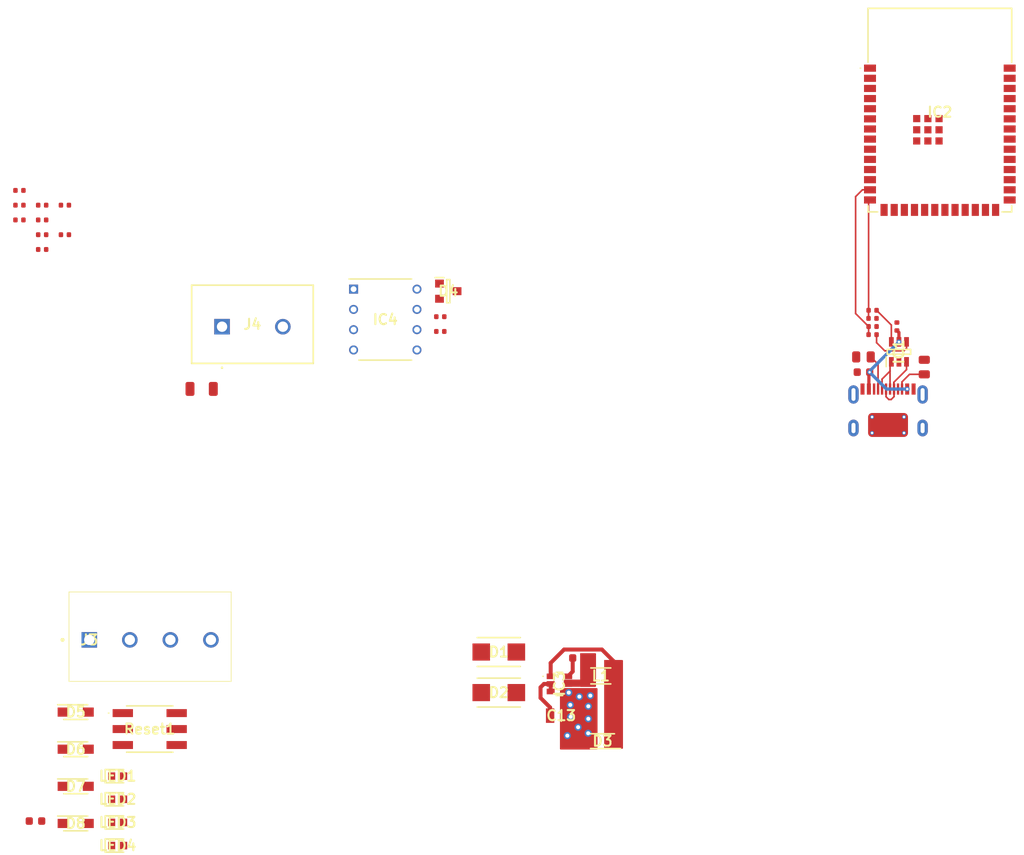
<source format=kicad_pcb>
(kicad_pcb (version 20241229) (generator "pcbnew") (generator_version "9.0")
  (layers (0 "F.Cu" signal) (2 "B.Cu" signal) (13 "F.Paste" user) (15 "B.Paste" user) (5 "F.SilkS" user "F.Silkscreen") (7 "B.SilkS" user "B.Silkscreen") (1 "F.Mask" user) (3 "B.Mask" user) (25 "Edge.Cuts" user))
  (net 0 "")
  (net 1 "/Alimentacion/V3.3")
  (net 2 "GND")
  (net 3 "/RS485_CONEX/A")
  (net 4 "/RS485_CONEX/B")
  (net 5 "EN")
  (net 6 "/Alimentacion/VUSB")
  (net 7 "Net-(IC3-BST)")
  (net 8 "Net-(IC3-SW)")
  (net 9 "Net-(D1-K)")
  (net 10 "D+")
  (net 11 "D-")
  (net 12 "VDD")
  (net 13 "LED1")
  (net 14 "LED2")
  (net 15 "LED3")
  (net 16 "LED4")
  (net 17 "Net-(IC1-I{slash}O2_1)")
  (net 18 "Net-(IC1-I{slash}O1_1)")
  (net 19 "Net-(IC1-I{slash}O1_2)")
  (net 20 "Net-(IC1-I{slash}O2_2)")
  (net 22 "ADC_CH0")
  (net 24 "ADC_CH1")
  (net 31 "ADC_CH3")
  (net 34 "/ESPS3/RX")
  (net 35 "ADC2_CH0")
  (net 36 "/ESPS3/RTS")
  (net 46 "/ESPS3/TX")
  (net 51 "Net-(J1-CC1)")
  (net 52 "Net-(J1-CC2)")
  (net 54 "Net-(LED1-A)")
  (net 55 "Net-(LED2-A)")
  (net 56 "Net-(LED3-A)")
  (net 57 "Net-(LED4-A)")
  (footprint "PCM_JLCPCB:R_0805" (layer "F.Cu") (at 206.216 94.345 90)
    (property "Reference" "R10" (hide yes))
    (property "Value" "5.1kΩ")
    (pad "1" smd roundrect (at -0.91 0 90) (size 1.02 1.4) (layers "F.Cu" "F.Mask" "F.Paste") (roundrect_rratio 0.243902) (net 52 "Net-(J1-CC2)"))
    (pad "2" smd roundrect (at 0.91 0 90) (size 1.02 1.4) (layers "F.Cu" "F.Mask" "F.Paste") (roundrect_rratio 0.243902) (net 2 "GND"))
  )
  (footprint "SamacSys_Parts:SOD3718X108N" (layer "F.Cu") (at 99.9 142.224)
    (property "Reference" "D6" (at 0 0 0) (layer "F.SilkS") (effects (font (size 1.27 1.27) (thickness 0.254))))
    (property "Value" "SMF3.3" (hide yes))
    (fp_line (start -2.262 -0.925) (end 1.5 -0.925) (stroke (width 0.2)) (layer "F.SilkS"))
    (fp_line (start -1.5 0.925) (end 1.5 0.925) (stroke (width 0.2)) (layer "F.SilkS"))
    (pad "1" smd rect (at -1.575 0 90) (size 1.15 1.375) (layers "F.Cu" "F.Mask" "F.Paste") (net 14 "LED2"))
    (pad "2" smd rect (at 1.575 0 90) (size 1.15 1.375) (layers "F.Cu" "F.Mask" "F.Paste") (net 2 "GND"))
  )
  (footprint "SamacSys_Parts:SOT95P280X145-6N" (layer "F.Cu") (at 203.041 92.44 90)
    (property "Reference" "IC1" (at 0 0 90) (layer "F.SilkS") (effects (font (size 1.27 1.27) (thickness 0.254))))
    (property "Value" "USBLC6-2SC6" (hide yes))
    (fp_line (start -1.85 -1.6) (end -0.65 -1.6) (stroke (width 0.2)) (layer "F.SilkS"))
    (fp_line (start 0.3 -1.462) (end 0.3 1.462) (stroke (width 0.2)) (layer "F.SilkS"))
    (fp_line (start -0.3 -1.462) (end 0.3 -1.462) (stroke (width 0.2)) (layer "F.SilkS"))
    (fp_line (start 0.3 1.462) (end -0.3 1.462) (stroke (width 0.2)) (layer "F.SilkS"))
    (fp_line (start -0.3 1.462) (end -0.3 -1.462) (stroke (width 0.2)) (layer "F.SilkS"))
    (pad "1" smd rect (at -1.25 -0.95 180) (size 0.6 1.2) (layers "F.Cu" "F.Mask" "F.Paste") (net 18 "Net-(IC1-I{slash}O1_1)"))
    (pad "2" smd rect (at -1.25 0 180) (size 0.6 1.2) (layers "F.Cu" "F.Mask" "F.Paste") (net 2 "GND"))
    (pad "3" smd rect (at -1.25 0.95 180) (size 0.6 1.2) (layers "F.Cu" "F.Mask" "F.Paste") (net 17 "Net-(IC1-I{slash}O2_1)"))
    (pad "4" smd rect (at 1.25 0.95 180) (size 0.6 1.2) (layers "F.Cu" "F.Mask" "F.Paste") (net 20 "Net-(IC1-I{slash}O2_2)"))
    (pad "5" smd rect (at 1.25 0 180) (size 0.6 1.2) (layers "F.Cu" "F.Mask" "F.Paste") (net 6 "/Alimentacion/VUSB"))
    (pad "6" smd rect (at 1.25 -0.95 180) (size 0.6 1.2) (layers "F.Cu" "F.Mask" "F.Paste") (net 19 "Net-(IC1-I{slash}O1_2)"))
  )
  (footprint "PCM_JLCPCB:C_0402" (layer "F.Cu") (at 92.849 75.912)
    (property "Reference" "C7" (hide yes))
    (property "Value" "100nF")
    (pad "1" smd roundrect (at -0.5 0) (size 0.56 0.62) (layers "F.Cu" "F.Mask" "F.Paste") (net 2 "GND"))
    (pad "2" smd roundrect (at 0.5 0) (size 0.56 0.62) (layers "F.Cu" "F.Mask" "F.Paste") (net 5 "EN"))
  )
  (footprint "SamacSys_Parts:LEDC1608X70N" (layer "F.Cu") (at 105.15 154.299)
    (property "Reference" "LED4" (at 0 0 0) (layer "F.SilkS") (effects (font (size 1.27 1.27) (thickness 0.254))))
    (property "Value" "KT-0603R" (hide yes))
    (fp_line (start -1.55 -0.825) (end -1.55 0.825) (stroke (width 0.2)) (layer "F.SilkS"))
    (fp_line (start -1.55 0.825) (end 0.75 0.825) (stroke (width 0.2)) (layer "F.SilkS"))
    (fp_line (start 0.75 -0.825) (end -1.55 -0.825) (stroke (width 0.2)) (layer "F.SilkS"))
    (pad "1" smd rect (at -0.75 0) (size 0.9 0.95) (layers "F.Cu" "F.Mask" "F.Paste") (net 2 "GND"))
    (pad "2" smd rect (at 0.75 0) (size 0.9 0.95) (layers "F.Cu" "F.Mask" "F.Paste") (net 57 "Net-(LED4-A)"))
  )
  (footprint "PCM_JLCPCB:C_0402" (layer "F.Cu") (at 199.739 89.265)
    (property "Reference" "C16" (hide yes))
    (property "Value" "1uF")
    (pad "1" smd roundrect (at -0.5 0) (size 0.56 0.62) (layers "F.Cu" "F.Mask" "F.Paste") (net 11 "D-"))
    (pad "2" smd roundrect (at 0.5 0) (size 0.56 0.62) (layers "F.Cu" "F.Mask" "F.Paste") (net 2 "GND"))
  )
  (footprint "SamacSys_Parts:DIP794W53P254L959H508Q8N" (layer "F.Cu") (at 138.684 88.392)
    (property "Reference" "IC4" (at 0 0 0) (layer "F.SilkS") (effects (font (size 1.27 1.27) (thickness 0.254))))
    (property "Value" "SN75176BP" (hide yes))
    (fp_line (start -4.535 -5.08) (end 3.3 -5.08) (stroke (width 0.2)) (layer "F.SilkS"))
    (fp_line (start -3.3 5.08) (end 3.3 5.08) (stroke (width 0.2)) (layer "F.SilkS"))
    (pad "1" thru_hole rect (at -3.97 -3.81) (size 1.13 1.13) (drill 0.73) (layers "*.Cu" "*.Mask") (net 34 "/ESPS3/RX"))
    (pad "2" thru_hole circle (at -3.97 -1.27) (size 1.13 1.13) (drill 0.73) (layers "*.Cu" "*.Mask") (net 36 "/ESPS3/RTS"))
    (pad "3" thru_hole circle (at -3.97 1.27) (size 1.13 1.13) (drill 0.73) (layers "*.Cu" "*.Mask") (net 36 "/ESPS3/RTS"))
    (pad "4" thru_hole circle (at -3.97 3.81) (size 1.13 1.13) (drill 0.73) (layers "*.Cu" "*.Mask") (net 46 "/ESPS3/TX"))
    (pad "5" thru_hole circle (at 3.97 3.81) (size 1.13 1.13) (drill 0.73) (layers "*.Cu" "*.Mask") (net 2 "GND"))
    (pad "6" thru_hole circle (at 3.97 1.27) (size 1.13 1.13) (drill 0.73) (layers "*.Cu" "*.Mask") (net 3 "/RS485_CONEX/A"))
    (pad "7" thru_hole circle (at 3.97 -1.27) (size 1.13 1.13) (drill 0.73) (layers "*.Cu" "*.Mask") (net 4 "/RS485_CONEX/B"))
    (pad "8" thru_hole circle (at 3.97 -3.81) (size 1.13 1.13) (drill 0.73) (layers "*.Cu" "*.Mask") (net 1 "/Alimentacion/V3.3"))
  )
  (footprint "SamacSys_Parts:XKB5858WTP" (layer "F.Cu") (at 109.175 139.699)
    (property "Reference" "Reset1" (at 0 0 0) (layer "F.SilkS") (effects (font (size 1.27 1.27) (thickness 0.254))))
    (property "Value" "XKB5858-W-TP" (hide yes))
    (fp_line (start -5.2 -2) (end -5.2 -2) (stroke (width 0.1)) (layer "F.SilkS"))
    (fp_line (start -5.1 -2) (end -5.1 -2) (stroke (width 0.1)) (layer "F.SilkS"))
    (fp_line (start -2.9 -2.9) (end 2.9 -2.9) (stroke (width 0.2)) (layer "F.SilkS"))
    (fp_line (start -2.9 2.9) (end 2.9 2.9) (stroke (width 0.2)) (layer "F.SilkS"))
    (fp_arc (start -5.2 -2) (mid -5.15 -2.05) (end -5.1 -2) (stroke (width 0.1)) (layer "F.SilkS"))
    (fp_arc (start -5.1 -2) (mid -5.15 -1.95) (end -5.2 -2) (stroke (width 0.1)) (layer "F.SilkS"))
    (pad "1" smd rect (at -3.375 -2 90) (size 1 2.55) (layers "F.Cu" "F.Mask" "F.Paste") (net 5 "EN"))
    (pad "2" smd rect (at -3.375 0 90) (size 1 2.55) (layers "F.Cu" "F.Mask" "F.Paste") (net 2 "GND"))
    (pad "3" smd rect (at -3.375 2 90) (size 1 2.55) (layers "F.Cu" "F.Mask" "F.Paste"))
    (pad "4" smd rect (at 3.375 -2 90) (size 1 2.55) (layers "F.Cu" "F.Mask" "F.Paste"))
    (pad "5" smd rect (at 3.375 0 90) (size 1 2.55) (layers "F.Cu" "F.Mask" "F.Paste"))
    (pad "6" smd rect (at 3.375 2 90) (size 1 2.55) (layers "F.Cu" "F.Mask" "F.Paste"))
  )
  (footprint "PCM_JLCPCB:C_0402" (layer "F.Cu") (at 199.731 88.249)
    (property "Reference" "C15" (hide yes))
    (property "Value" "1uF")
    (pad "1" smd roundrect (at -0.5 0) (size 0.56 0.62) (layers "F.Cu" "F.Mask" "F.Paste") (net 10 "D+"))
    (pad "2" smd roundrect (at 0.5 0) (size 0.56 0.62) (layers "F.Cu" "F.Mask" "F.Paste") (net 2 "GND"))
  )
  (footprint "PCM_JLCPCB:R_0402" (layer "F.Cu") (at 98.549 77.762)
    (property "Reference" "R11" (hide yes))
    (property "Value" "220Ω" (hide yes))
    (pad "1" smd roundrect (at -0.5 0) (size 0.56 0.62) (layers "F.Cu" "F.Mask" "F.Paste") (net 16 "LED4"))
    (pad "2" smd roundrect (at 0.5 0) (size 0.56 0.62) (layers "F.Cu" "F.Mask" "F.Paste") (net 57 "Net-(LED4-A)"))
  )
  (footprint "SamacSys_Parts:SOD3718X108N" (layer "F.Cu") (at 99.9 151.524)
    (property "Reference" "D8" (at 0 0 0) (layer "F.SilkS") (effects (font (size 1.27 1.27) (thickness 0.254))))
    (property "Value" "SMF3.3" (hide yes))
    (fp_line (start -2.262 -0.925) (end 1.5 -0.925) (stroke (width 0.2)) (layer "F.SilkS"))
    (fp_line (start -1.5 0.925) (end 1.5 0.925) (stroke (width 0.2)) (layer "F.SilkS"))
    (pad "1" smd rect (at -1.575 0 90) (size 1.15 1.375) (layers "F.Cu" "F.Mask" "F.Paste") (net 16 "LED4"))
    (pad "2" smd rect (at 1.575 0 90) (size 1.15 1.375) (layers "F.Cu" "F.Mask" "F.Paste") (net 2 "GND"))
  )
  (footprint "SamacSys_Parts:LEDC1608X70N" (layer "F.Cu") (at 105.15 145.599)
    (property "Reference" "LED1" (at 0 0 0) (layer "F.SilkS") (effects (font (size 1.27 1.27) (thickness 0.254))))
    (property "Value" "KT-0603R" (hide yes))
    (fp_line (start -1.55 -0.825) (end -1.55 0.825) (stroke (width 0.2)) (layer "F.SilkS"))
    (fp_line (start -1.55 0.825) (end 0.75 0.825) (stroke (width 0.2)) (layer "F.SilkS"))
    (fp_line (start 0.75 -0.825) (end -1.55 -0.825) (stroke (width 0.2)) (layer "F.SilkS"))
    (pad "1" smd rect (at -0.75 0) (size 0.9 0.95) (layers "F.Cu" "F.Mask" "F.Paste") (net 2 "GND"))
    (pad "2" smd rect (at 0.75 0) (size 0.9 0.95) (layers "F.Cu" "F.Mask" "F.Paste") (net 54 "Net-(LED1-A)"))
  )
  (footprint "PCM_JLCPCB:R_0402" (layer "F.Cu") (at 98.549 74.062)
    (property "Reference" "R7" (hide yes))
    (property "Value" "4.7kΩ" (hide yes))
    (pad "1" smd roundrect (at -0.5 0) (size 0.56 0.62) (layers "F.Cu" "F.Mask" "F.Paste") (net 1 "/Alimentacion/V3.3"))
    (pad "2" smd roundrect (at 0.5 0) (size 0.56 0.62) (layers "F.Cu" "F.Mask" "F.Paste") (net 2 "GND"))
  )
  (footprint "PCM_JLCPCB:R_0402" (layer "F.Cu") (at 199.739 90.281)
    (property "Reference" "R8" (hide yes))
    (property "Value" "33Ω" (hide yes))
    (pad "1" smd roundrect (at -0.5 0) (size 0.56 0.62) (layers "F.Cu" "F.Mask" "F.Paste") (net 11 "D-"))
    (pad "2" smd roundrect (at 0.5 0) (size 0.56 0.62) (layers "F.Cu" "F.Mask" "F.Paste") (net 20 "Net-(IC1-I{slash}O2_2)"))
  )
  (footprint "PCM_JLCPCB:TYPE-C-SMD_HX-TYPE-C-16PIN" (layer "F.Cu") (at 201.676 99.6)
    (property "Reference" "J1" (hide yes))
    (property "Value" "Connector, USB-TYPE-C-16P")
    (pad "" np_thru_hole circle (at -2.89 -1.3) (size 0.6 0.6) (drill 0.6) (layers "*.Cu" "*.Mask"))
    (pad "" np_thru_hole circle (at 2.89 -1.3) (size 0.6 0.6) (drill 0.6) (layers "*.Cu" "*.Mask"))
    (pad "A5" smd rect (at -1.25 -2.5) (size 0.3 1.4) (layers "F.Cu" "F.Mask" "F.Paste") (net 51 "Net-(J1-CC1)"))
    (pad "A6" smd rect (at -0.25 -2.5) (size 0.3 1.4) (layers "F.Cu" "F.Mask" "F.Paste") (net 17 "Net-(IC1-I{slash}O2_1)"))
    (pad "A7" smd rect (at 0.25 -2.5) (size 0.3 1.4) (layers "F.Cu" "F.Mask" "F.Paste") (net 18 "Net-(IC1-I{slash}O1_1)"))
    (pad "A8" smd rect (at 1.25 -2.5) (size 0.3 1.4) (layers "F.Cu" "F.Mask" "F.Paste"))
    (pad "A9B4" smd rect (at 2.4 -2.5) (size 0.5 1.4) (layers "F.Cu" "F.Mask" "F.Paste") (net 6 "/Alimentacion/VUSB"))
    (pad "A12B1" smd rect (at 3.2 -2.5) (size 0.5 1.4) (layers "F.Cu" "F.Mask" "F.Paste") (net 2 "GND"))
    (pad "B5" smd rect (at 1.75 -2.5) (size 0.3 1.4) (layers "F.Cu" "F.Mask" "F.Paste") (net 52 "Net-(J1-CC2)"))
    (pad "B6" smd rect (at 0.75 -2.5) (size 0.3 1.4) (layers "F.Cu" "F.Mask" "F.Paste") (net 17 "Net-(IC1-I{slash}O2_1)"))
    (pad "B7" smd rect (at -0.75 -2.5) (size 0.3 1.4) (layers "F.Cu" "F.Mask" "F.Paste") (net 18 "Net-(IC1-I{slash}O1_1)"))
    (pad "B8" smd rect (at -1.75 -2.5) (size 0.3 1.4) (layers "F.Cu" "F.Mask" "F.Paste"))
    (pad "B9A4" smd rect (at -2.4 -2.5) (size 0.5 1.4) (layers "F.Cu" "F.Mask" "F.Paste") (net 6 "/Alimentacion/VUSB"))
    (pad "B12A1" smd rect (at -3.2 -2.5) (size 0.5 1.4) (layers "F.Cu" "F.Mask" "F.Paste") (net 2 "GND"))
    (pad "S1" thru_hole oval (at -4.33 -1.82) (size 1.3 2.3) (drill oval 0.5 1.6) (layers "*.Cu" "*.Mask") (net 2 "GND"))
    (pad "S1" thru_hole oval (at -4.33 2.38) (size 1.3 2.1) (drill oval 0.5 1.3) (layers "*.Cu" "*.Mask") (net 2 "GND"))
    (pad "S1" thru_hole circle (at -2 1) (size 0.5 0.5) (drill 0.3) (layers "*.Cu" "*.Mask") (net 2 "GND"))
    (pad "S1" thru_hole circle (at -2 3) (size 0.5 0.5) (drill 0.3) (layers "*.Cu" "*.Mask") (net 2 "GND"))
    (pad "S1" smd roundrect (at 0 2) (size 5 3) (layers "F.Cu" "F.Mask" "F.Paste") (roundrect_rratio 0.1666666667) (net 2 "GND"))
    (pad "S1" thru_hole circle (at 2 1) (size 0.5 0.5) (drill 0.3) (layers "*.Cu" "*.Mask") (net 2 "GND"))
    (pad "S1" thru_hole circle (at 2 3) (size 0.5 0.5) (drill 0.3) (layers "*.Cu" "*.Mask") (net 2 "GND"))
    (pad "S1" thru_hole oval (at 4.33 -1.82) (size 1.3 2.3) (drill oval 0.5 1.6) (layers "*.Cu" "*.Mask") (net 2 "GND"))
    (pad "S1" thru_hole oval (at 4.33 2.38) (size 1.3 2.1) (drill oval 0.5 1.3) (layers "*.Cu" "*.Mask") (net 2 "GND"))
  )
  (footprint "PCM_JLCPCB:C_0402" (layer "F.Cu") (at 145.579 89.882)
    (property "Reference" "C5" (hide yes))
    (property "Value" "1nF")
    (pad "1" smd roundrect (at -0.5 0) (size 0.56 0.62) (layers "F.Cu" "F.Mask" "F.Paste") (net 4 "/RS485_CONEX/B"))
    (pad "2" smd roundrect (at 0.5 0) (size 0.56 0.62) (layers "F.Cu" "F.Mask" "F.Paste") (net 2 "GND"))
  )
  (footprint "SamacSys_Parts:DIONM5436X244N" (layer "F.Cu") (at 152.908 130.048 180)
    (property "Reference" "D1" (at 0 0 0) (layer "F.SilkS") (effects (font (size 1.27 1.27) (thickness 0.254))))
    (property "Value" "SS210-E3_52T" (hide yes))
    (fp_line (start 2.7 -1.81) (end -2.7 -1.81) (stroke (width 0.2)) (layer "F.SilkS"))
    (fp_line (start -2.7 1.81) (end 2.7 1.81) (stroke (width 0.2)) (layer "F.SilkS"))
    (pad "1" smd rect (at -2.2 0 270) (size 2.15 2.2) (layers "F.Cu" "F.Mask" "F.Paste") (net 9 "Net-(D1-K)"))
    (pad "2" smd rect (at 2.2 0 270) (size 2.15 2.2) (layers "F.Cu" "F.Mask" "F.Paste") (net 12 "VDD"))
  )
  (footprint "SamacSys_Parts:AP63203WU7" (layer "F.Cu") (at 160.507 134.044 -90)
    (property "Reference" "IC3" (at 0 0 270) (layer "F.SilkS") (effects (font (size 1.27 1.27) (thickness 0.254))))
    (property "Value" "AP63203WU-7" (hide yes))
    (fp_line (start -0.95 2.1) (end -0.95 2.1) (stroke (width 0.1)) (layer "F.SilkS") (net 6357091))
    (fp_line (start -0.95 2) (end -0.95 2) (stroke (width 0.1)) (layer "F.SilkS") (net 6357091))
    (fp_line (start -1.45 -0.4) (end -1.45 0.4) (stroke (width 0.2)) (layer "F.SilkS") (net 6357091))
    (fp_line (start 1.45 -0.4) (end 1.45 0.4) (stroke (width 0.2)) (layer "F.SilkS") (net 6357091))
    (fp_arc (start -0.95 2.1) (mid -1 2.05) (end -0.95 2) (stroke (width 0.1)) (layer "F.SilkS") (net 6357091))
    (fp_arc (start -0.95 2) (mid -0.9 2.05) (end -0.95 2.1) (stroke (width 0.1)) (layer "F.SilkS") (net 6357091))
    (pad "1" smd rect (at -0.95 1.099 270) (size 0.7 1) (layers "F.Cu" "F.Mask" "F.Paste") (net 1 "/Alimentacion/V3.3"))
    (pad "2" smd rect (at 0 1.099 270) (size 0.7 1) (layers "F.Cu" "F.Mask" "F.Paste") (net 9 "Net-(D1-K)"))
    (pad "3" smd rect (at 0.95 1.099 270) (size 0.7 1) (layers "F.Cu" "F.Mask" "F.Paste") (net 9 "Net-(D1-K)"))
    (pad "4" smd rect (at 0.95 -1.099 270) (size 0.7 1) (layers "F.Cu" "F.Mask" "F.Paste") (net 2 "GND"))
    (pad "5" smd rect (at 0 -1.099 270) (size 0.7 1) (layers "F.Cu" "F.Mask" "F.Paste") (net 8 "Net-(IC3-SW)"))
    (pad "6" smd rect (at -0.95 -1.099 270) (size 0.7 1) (layers "F.Cu" "F.Mask" "F.Paste") (net 7 "Net-(IC3-BST)"))
  )
  (footprint "PCM_JLCPCB:R_0402" (layer "F.Cu") (at 95.699 74.062)
    (property "Reference" "R1" (hide yes))
    (property "Value" "10kΩ" (hide yes))
    (pad "1" smd roundrect (at -0.5 0) (size 0.56 0.62) (layers "F.Cu" "F.Mask" "F.Paste") (net 1 "/Alimentacion/V3.3"))
    (pad "2" smd roundrect (at 0.5 0) (size 0.56 0.62) (layers "F.Cu" "F.Mask" "F.Paste") (net 5 "EN"))
  )
  (footprint "SamacSys_Parts:CAPC3216X180N" (layer "F.Cu") (at 160.728 138.014 180)
    (property "Reference" "C13" (at 0 0 0) (layer "F.SilkS") (effects (font (size 1.27 1.27) (thickness 0.254))))
    (property "Value" "10uF" (hide yes))
    (fp_line (start 0 -0.7) (end 0 0.7) (stroke (width 0.2)) (layer "F.SilkS") (net 6357091))
    (pad "1" smd rect (at -1.39 0 180) (size 1.05 1.82) (layers "F.Cu" "F.Mask" "F.Paste") (net 2 "GND"))
    (pad "2" smd rect (at 1.39 0 180) (size 1.05 1.82) (layers "F.Cu" "F.Mask" "F.Paste") (net 9 "Net-(D1-K)"))
  )
  (footprint "SamacSys_Parts:SOT95P240X115-3N" (layer "F.Cu") (at 146.579 84.837)
    (property "Reference" "D4" (at 0 0 0) (layer "F.SilkS") (effects (font (size 1.27 1.27) (thickness 0.254))))
    (property "Value" "SM712" (hide yes))
    (fp_line (start -1.65 -1.7) (end -0.55 -1.7) (stroke (width 0.2)) (layer "F.SilkS"))
    (fp_line (start -0.2 -1.45) (end 0.2 -1.45) (stroke (width 0.2)) (layer "F.SilkS"))
    (fp_line (start -0.2 1.45) (end -0.2 -1.45) (stroke (width 0.2)) (layer "F.SilkS"))
    (fp_line (start 0.2 -1.45) (end 0.2 1.45) (stroke (width 0.2)) (layer "F.SilkS"))
    (fp_line (start 0.2 1.45) (end -0.2 1.45) (stroke (width 0.2)) (layer "F.SilkS"))
    (pad "1" smd rect (at -1.1 -0.95 90) (size 1 1.1) (layers "F.Cu" "F.Mask" "F.Paste") (net 4 "/RS485_CONEX/B"))
    (pad "2" smd rect (at -1.1 0.95 90) (size 1 1.1) (layers "F.Cu" "F.Mask" "F.Paste") (net 3 "/RS485_CONEX/A"))
    (pad "3" smd rect (at 1.1 0 90) (size 1 1.1) (layers "F.Cu" "F.Mask" "F.Paste") (net 2 "GND"))
  )
  (footprint "PCM_JLCPCB:R_0805" (layer "F.Cu") (at 198.596 93.075 180)
    (property "Reference" "R9" (hide yes))
    (property "Value" "5.1kΩ")
    (pad "1" smd roundrect (at -0.91 0 180) (size 1.02 1.4) (layers "F.Cu" "F.Mask" "F.Paste") (roundrect_rratio 0.243902) (net 51 "Net-(J1-CC1)"))
    (pad "2" smd roundrect (at 0.91 0 180) (size 1.02 1.4) (layers "F.Cu" "F.Mask" "F.Paste") (roundrect_rratio 0.243902) (net 2 "GND"))
  )
  (footprint "PCM_JLCPCB:C_1206" (layer "F.Cu") (at 165.788 138.134 180)
    (property "Reference" "C14" (hide yes))
    (property "Value" "22uF")
    (pad "1" smd roundrect (at -1.48 0 180) (size 1.15 1.8) (layers "F.Cu" "F.Mask" "F.Paste") (roundrect_rratio 0.217391) (net 1 "/Alimentacion/V3.3"))
    (pad "2" smd roundrect (at 1.48 0 180) (size 1.15 1.8) (layers "F.Cu" "F.Mask" "F.Paste") (roundrect_rratio 0.217391) (net 2 "GND"))
  )
  (footprint "PCM_JLCPCB:C_0603" (layer "F.Cu") (at 162.948 130.794)
    (property "Reference" "C11" (hide yes))
    (property "Value" "100nF")
    (pad "1" smd roundrect (at -0.78 0) (size 0.9 0.95) (layers "F.Cu" "F.Mask" "F.Paste") (net 7 "Net-(IC3-BST)"))
    (pad "2" smd roundrect (at 0.78 0) (size 0.9 0.95) (layers "F.Cu" "F.Mask" "F.Paste") (net 8 "Net-(IC3-SW)"))
  )
  (footprint "SamacSys_Parts:SOD3718X108N" (layer "F.Cu") (at 99.9 146.874)
    (property "Reference" "D7" (at 0 0 0) (layer "F.SilkS") (effects (font (size 1.27 1.27) (thickness 0.254))))
    (property "Value" "SMF3.3" (hide yes))
    (fp_line (start -2.262 -0.925) (end 1.5 -0.925) (stroke (width 0.2)) (layer "F.SilkS"))
    (fp_line (start -1.5 0.925) (end 1.5 0.925) (stroke (width 0.2)) (layer "F.SilkS"))
    (pad "1" smd rect (at -1.575 0 90) (size 1.15 1.375) (layers "F.Cu" "F.Mask" "F.Paste") (net 15 "LED3"))
    (pad "2" smd rect (at 1.575 0 90) (size 1.15 1.375) (layers "F.Cu" "F.Mask" "F.Paste") (net 2 "GND"))
  )
  (footprint "PCM_JLCPCB:C_0603" (layer "F.Cu") (at 94.86 151.224)
    (property "Reference" "C1" (hide yes))
    (property "Value" "22uF")
    (pad "1" smd roundrect (at -0.78 0) (size 0.9 0.95) (layers "F.Cu" "F.Mask" "F.Paste") (net 1 "/Alimentacion/V3.3"))
    (pad "2" smd roundrect (at 0.78 0) (size 0.9 0.95) (layers "F.Cu" "F.Mask" "F.Paste") (net 2 "GND"))
  )
  (footprint "SamacSys_Parts:SOD3718X108N" (layer "F.Cu") (at 165.898 141.214 180)
    (property "Reference" "D3" (at 0 0 0) (layer "F.SilkS") (effects (font (size 1.27 1.27) (thickness 0.254))))
    (property "Value" "SMF3.3" (hide yes))
    (fp_line (start -1.5 0.925) (end 1.5 0.925) (stroke (width 0.2)) (layer "F.SilkS") (net 6357091))
    (fp_line (start -2.262 -0.925) (end 1.5 -0.925) (stroke (width 0.2)) (layer "F.SilkS") (net 6357091))
    (pad "1" smd rect (at -1.575 0 270) (size 1.15 1.375) (layers "F.Cu" "F.Mask" "F.Paste") (net 1 "/Alimentacion/V3.3"))
    (pad "2" smd rect (at 1.575 0 270) (size 1.15 1.375) (layers "F.Cu" "F.Mask" "F.Paste") (net 2 "GND"))
  )
  (footprint "PCM_JLCPCB:C_0603" (layer "F.Cu") (at 198.596 94.98 180)
    (property "Reference" "C10" (hide yes))
    (property "Value" "22uF")
    (pad "1" smd roundrect (at -0.78 0 180) (size 0.9 0.95) (layers "F.Cu" "F.Mask" "F.Paste") (net 6 "/Alimentacion/VUSB"))
    (pad "2" smd roundrect (at 0.78 0 180) (size 0.9 0.95) (layers "F.Cu" "F.Mask" "F.Paste") (net 2 "GND"))
  )
  (footprint "SamacSys_Parts:DIONM5436X244N" (layer "F.Cu") (at 152.908 135.128)
    (property "Reference" "D2" (at 0 0 0) (layer "F.SilkS") (effects (font (size 1.27 1.27) (thickness 0.254))))
    (property "Value" "SS210-E3_52T" (hide yes))
    (fp_line (start -2.7 1.81) (end 2.7 1.81) (stroke (width 0.2)) (layer "F.SilkS"))
    (fp_line (start 2.7 -1.81) (end -2.7 -1.81) (stroke (width 0.2)) (layer "F.SilkS"))
    (pad "1" smd rect (at -2.2 0 90) (size 2.15 2.2) (layers "F.Cu" "F.Mask" "F.Paste") (net 9 "Net-(D1-K)"))
    (pad "2" smd rect (at 2.2 0 90) (size 2.15 2.2) (layers "F.Cu" "F.Mask" "F.Paste") (net 6 "/Alimentacion/VUSB"))
  )
  (footprint "SamacSys_Parts:LEDC1608X70N" (layer "F.Cu") (at 105.15 148.499)
    (property "Reference" "LED2" (at 0 0 0) (layer "F.SilkS") (effects (font (size 1.27 1.27) (thickness 0.254))))
    (property "Value" "KT-0603R" (hide yes))
    (fp_line (start -1.55 -0.825) (end -1.55 0.825) (stroke (width 0.2)) (layer "F.SilkS"))
    (fp_line (start -1.55 0.825) (end 0.75 0.825) (stroke (width 0.2)) (layer "F.SilkS"))
    (fp_line (start 0.75 -0.825) (end -1.55 -0.825) (stroke (width 0.2)) (layer "F.SilkS"))
    (pad "1" smd rect (at -0.75 0) (size 0.9 0.95) (layers "F.Cu" "F.Mask" "F.Paste") (net 2 "GND"))
    (pad "2" smd rect (at 0.75 0) (size 0.9 0.95) (layers "F.Cu" "F.Mask" "F.Paste") (net 55 "Net-(LED2-A)"))
  )
  (footprint "SamacSys_Parts:ESP32S3WROOM1N16" (layer "F.Cu") (at 208.166 62.156)
    (property "Reference" "IC2" (at 0 0.25 0) (layer "F.SilkS") (effects (font (size 1.27 1.27) (thickness 0.254))))
    (property "Value" "ESP32-S3-WROOM-1-N16" (hide yes))
    (fp_line (start -10 -5.26) (end -10 -5.26) (stroke (width 0.1)) (layer "F.SilkS"))
    (fp_line (start -9.9 -5.26) (end -9.9 -5.26) (stroke (width 0.1)) (layer "F.SilkS"))
    (fp_line (start -9 -12.75) (end -9 -6) (stroke (width 0.2)) (layer "F.SilkS"))
    (fp_line (start -9 12) (end -9 12.75) (stroke (width 0.2)) (layer "F.SilkS"))
    (fp_line (start -9 12.75) (end -7.8 12.75) (stroke (width 0.2)) (layer "F.SilkS"))
    (fp_line (start 7.8 12.75) (end 9 12.75) (stroke (width 0.2)) (layer "F.SilkS"))
    (fp_line (start 9 -12.75) (end -9 -12.75) (stroke (width 0.2)) (layer "F.SilkS"))
    (fp_line (start 9 -6) (end 9 -12.75) (stroke (width 0.2)) (layer "F.SilkS"))
    (fp_line (start 9 12.75) (end 9 12) (stroke (width 0.2)) (layer "F.SilkS"))
    (fp_arc (start -10 -5.26) (mid -9.95 -5.31) (end -9.9 -5.26) (stroke (width 0.1)) (layer "F.SilkS"))
    (fp_arc (start -9.9 -5.26) (mid -9.95 -5.21) (end -10 -5.26) (stroke (width 0.1)) (layer "F.SilkS"))
    (pad "1" smd rect (at -8.75 -5.26 90) (size 0.9 1.5) (layers "F.Cu" "F.Mask" "F.Paste") (net 2 "GND"))
    (pad "2" smd rect (at -8.75 -3.99 90) (size 0.9 1.5) (layers "F.Cu" "F.Mask" "F.Paste") (net 1 "/Alimentacion/V3.3"))
    (pad "3" smd rect (at -8.75 -2.72 90) (size 0.9 1.5) (layers "F.Cu" "F.Mask" "F.Paste") (net 5 "EN"))
    (pad "4" smd rect (at -8.75 -1.45 90) (size 0.9 1.5) (layers "F.Cu" "F.Mask" "F.Paste") (net 13 "LED1"))
    (pad "5" smd rect (at -8.75 -0.18 90) (size 0.9 1.5) (layers "F.Cu" "F.Mask" "F.Paste") (net 14 "LED2"))
    (pad "6" smd rect (at -8.75 1.09 90) (size 0.9 1.5) (layers "F.Cu" "F.Mask" "F.Paste") (net 15 "LED3"))
    (pad "7" smd rect (at -8.75 2.36 90) (size 0.9 1.5) (layers "F.Cu" "F.Mask" "F.Paste") (net 16 "LED4"))
    (pad "8" smd rect (at -8.75 3.63 90) (size 0.9 1.5) (layers "F.Cu" "F.Mask" "F.Paste"))
    (pad "9" smd rect (at -8.75 4.9 90) (size 0.9 1.5) (layers "F.Cu" "F.Mask" "F.Paste"))
    (pad "10" smd rect (at -8.75 6.17 90) (size 0.9 1.5) (layers "F.Cu" "F.Mask" "F.Paste"))
    (pad "11" smd rect (at -8.75 7.44 90) (size 0.9 1.5) (layers "F.Cu" "F.Mask" "F.Paste"))
    (pad "12" smd rect (at -8.75 8.71 90) (size 0.9 1.5) (layers "F.Cu" "F.Mask" "F.Paste") (net 34 "/ESPS3/RX"))
    (pad "13" smd rect (at -8.75 9.98 90) (size 0.9 1.5) (layers "F.Cu" "F.Mask" "F.Paste") (net 11 "D-"))
    (pad "14" smd rect (at -8.75 11.25 90) (size 0.9 1.5) (layers "F.Cu" "F.Mask" "F.Paste") (net 10 "D+"))
    (pad "15" smd rect (at -6.985 12.5) (size 0.9 1.5) (layers "F.Cu" "F.Mask" "F.Paste") (net 31 "ADC_CH3"))
    (pad "16" smd rect (at -5.715 12.5) (size 0.9 1.5) (layers "F.Cu" "F.Mask" "F.Paste"))
    (pad "17" smd rect (at -4.445 12.5) (size 0.9 1.5) (layers "F.Cu" "F.Mask" "F.Paste") (net 46 "/ESPS3/TX"))
    (pad "18" smd rect (at -3.175 12.5) (size 0.9 1.5) (layers "F.Cu" "F.Mask" "F.Paste") (net 36 "/ESPS3/RTS"))
    (pad "19" smd rect (at -1.905 12.5) (size 0.9 1.5) (layers "F.Cu" "F.Mask" "F.Paste") (net 35 "ADC2_CH0"))
    (pad "20" smd rect (at -0.635 12.5) (size 0.9 1.5) (layers "F.Cu" "F.Mask" "F.Paste"))
    (pad "21" smd rect (at 0.635 12.5) (size 0.9 1.5) (layers "F.Cu" "F.Mask" "F.Paste"))
    (pad "22" smd rect (at 1.905 12.5) (size 0.9 1.5) (layers "F.Cu" "F.Mask" "F.Paste"))
    (pad "23" smd rect (at 3.175 12.5) (size 0.9 1.5) (layers "F.Cu" "F.Mask" "F.Paste"))
    (pad "24" smd rect (at 4.445 12.5) (size 0.9 1.5) (layers "F.Cu" "F.Mask" "F.Paste"))
    (pad "25" smd rect (at 5.715 12.5) (size 0.9 1.5) (layers "F.Cu" "F.Mask" "F.Paste"))
    (pad "26" smd rect (at 6.985 12.5) (size 0.9 1.5) (layers "F.Cu" "F.Mask" "F.Paste"))
    (pad "27" smd rect (at 8.75 11.25 90) (size 0.9 1.5) (layers "F.Cu" "F.Mask" "F.Paste") (net 1 "/Alimentacion/V3.3"))
    (pad "28" smd rect (at 8.75 9.98 90) (size 0.9 1.5) (layers "F.Cu" "F.Mask" "F.Paste"))
    (pad "29" smd rect (at 8.75 8.71 90) (size 0.9 1.5) (layers "F.Cu" "F.Mask" "F.Paste"))
    (pad "30" smd rect (at 8.75 7.44 90) (size 0.9 1.5) (layers "F.Cu" "F.Mask" "F.Paste"))
    (pad "31" smd rect (at 8.75 6.17 90) (size 0.9 1.5) (layers "F.Cu" "F.Mask" "F.Paste"))
    (pad "32" smd rect (at 8.75 4.9 90) (size 0.9 1.5) (layers "F.Cu" "F.Mask" "F.Paste"))
    (pad "33" smd rect (at 8.75 3.63 90) (size 0.9 1.5) (layers "F.Cu" "F.Mask" "F.Paste"))
    (pad "34" smd rect (at 8.75 2.36 90) (size 0.9 1.5) (layers "F.Cu" "F.Mask" "F.Paste"))
    (pad "35" smd rect (at 8.75 1.09 90) (size 0.9 1.5) (layers "F.Cu" "F.Mask" "F.Paste"))
    (pad "36" smd rect (at 8.75 -0.18 90) (size 0.9 1.5) (layers "F.Cu" "F.Mask" "F.Paste"))
    (pad "37" smd rect (at 8.75 -1.45 90) (size 0.9 1.5) (layers "F.Cu" "F.Mask" "F.Paste"))
    (pad "38" smd rect (at 8.75 -2.72 90) (size 0.9 1.5) (layers "F.Cu" "F.Mask" "F.Paste") (net 24 "ADC_CH1"))
    (pad "39" smd rect (at 8.75 -3.99 90) (size 0.9 1.5) (layers "F.Cu" "F.Mask" "F.Paste") (net 22 "ADC_CH0"))
    (pad "40" smd rect (at 8.75 -5.26 90) (size 0.9 1.5) (layers "F.Cu" "F.Mask" "F.Paste") (net 2 "GND"))
    (pad "41" smd rect (at -1.5 2.46 90) (size 0.9 0.9) (layers "F.Cu" "F.Mask" "F.Paste") (net 2 "GND"))
    (pad "42" smd rect (at -1.5 1.06 90) (size 0.9 0.9) (layers "F.Cu" "F.Mask" "F.Paste") (net 2 "GND"))
    (pad "43" smd rect (at -2.9 1.06 90) (size 0.9 0.9) (layers "F.Cu" "F.Mask" "F.Paste") (net 2 "GND"))
    (pad "44" smd rect (at -2.9 2.46 90) (size 0.9 0.9) (layers "F.Cu" "F.Mask" "F.Paste") (net 2 "GND"))
    (pad "45" smd rect (at -2.9 3.86 90) (size 0.9 0.9) (layers "F.Cu" "F.Mask" "F.Paste") (net 2 "GND"))
    (pad "46" smd rect (at -1.5 3.86 90) (size 0.9 0.9) (layers "F.Cu" "F.Mask" "F.Paste") (net 2 "GND"))
    (pad "47" smd rect (at -0.1 3.86 90) (size 0.9 0.9) (layers "F.Cu" "F.Mask" "F.Paste") (net 2 "GND"))
    (pad "48" smd rect (at -0.1 2.46 90) (size 0.9 0.9) (layers "F.Cu" "F.Mask" "F.Paste") (net 2 "GND"))
    (pad "49" smd rect (at -0.1 1.06 90) (size 0.9 0.9) (layers "F.Cu" "F.Mask" "F.Paste") (net 2 "GND"))
  )
  (footprint "PCM_JLCPCB:C_0402" (layer "F.Cu") (at 92.849 74.062)
    (property "Reference" "C3" (hide yes))
    (property "Value" "100nF")
    (pad "1" smd roundrect (at -0.5 0) (size 0.56 0.62) (layers "F.Cu" "F.Mask" "F.Paste") (net 1 "/Alimentacion/V3.3"))
    (pad "2" smd roundrect (at 0.5 0) (size 0.56 0.62) (layers "F.Cu" "F.Mask" "F.Paste") (net 2 "GND"))
  )
  (footprint "PCM_JLCPCB:R_0402" (layer "F.Cu") (at 199.739 87.233)
    (property "Reference" "R6" (hide yes))
    (property "Value" "33Ω" (hide yes))
    (pad "1" smd roundrect (at -0.5 0) (size 0.56 0.62) (layers "F.Cu" "F.Mask" "F.Paste") (net 10 "D+"))
    (pad "2" smd roundrect (at 0.5 0) (size 0.56 0.62) (layers "F.Cu" "F.Mask" "F.Paste") (net 19 "Net-(IC1-I{slash}O1_2)"))
  )
  (footprint "PCM_JLCPCB:C_0402" (layer "F.Cu") (at 145.579 88.032)
    (property "Reference" "C4" (hide yes))
    (property "Value" "1nF")
    (pad "1" smd roundrect (at -0.5 0) (size 0.56 0.62) (layers "F.Cu" "F.Mask" "F.Paste") (net 3 "/RS485_CONEX/A"))
    (pad "2" smd roundrect (at 0.5 0) (size 0.56 0.62) (layers "F.Cu" "F.Mask" "F.Paste") (net 2 "GND"))
  )
  (footprint "SamacSys_Parts:1712805" (layer "F.Cu") (at 101.6 128.524)
    (property "Reference" "J3" (at 0 0 0) (layer "F.SilkS") (effects (font (size 1.27 1.27) (thickness 0.254))))
    (property "Value" "1712805" (hide yes))
    (fp_line (start -2.54 -6) (end 17.78 -6) (stroke (width 0.1)) (layer "F.SilkS"))
    (fp_line (start -2.54 5.2) (end -2.54 -6) (stroke (width 0.1)) (layer "F.SilkS"))
    (fp_line (start 17.78 -6) (end 17.78 5.2) (stroke (width 0.1)) (layer "F.SilkS"))
    (fp_line (start 17.78 5.2) (end -2.54 5.2) (stroke (width 0.1)) (layer "F.SilkS"))
    (fp_circle (center -3.35 0) (end -3.35 0.05) (stroke (width 0.2)) (fill no) (layer "F.SilkS"))
    (pad "1" thru_hole rect (at 0 0) (size 1.95 1.95) (drill 1.3) (layers "*.Cu" "*.Mask") (net 22 "ADC_CH0"))
    (pad "2" thru_hole circle (at 5.08 0) (size 1.95 1.95) (drill 1.3) (layers "*.Cu" "*.Mask") (net 24 "ADC_CH1"))
    (pad "3" thru_hole circle (at 10.16 0) (size 1.95 1.95) (drill 1.3) (layers "*.Cu" "*.Mask") (net 31 "ADC_CH3"))
    (pad "4" thru_hole circle (at 15.24 0) (size 1.95 1.95) (drill 1.3) (layers "*.Cu" "*.Mask") (net 35 "ADC2_CH0"))
  )
  (footprint "SamacSys_Parts:SOD3718X108N" (layer "F.Cu") (at 99.9 137.574)
    (property "Reference" "D5" (at 0 0 0) (layer "F.SilkS") (effects (font (size 1.27 1.27) (thickness 0.254))))
    (property "Value" "SMF3.3" (hide yes))
    (fp_line (start -2.262 -0.925) (end 1.5 -0.925) (stroke (width 0.2)) (layer "F.SilkS"))
    (fp_line (start -1.5 0.925) (end 1.5 0.925) (stroke (width 0.2)) (layer "F.SilkS"))
    (pad "1" smd rect (at -1.575 0 90) (size 1.15 1.375) (layers "F.Cu" "F.Mask" "F.Paste") (net 13 "LED1"))
    (pad "2" smd rect (at 1.575 0 90) (size 1.15 1.375) (layers "F.Cu" "F.Mask" "F.Paste") (net 2 "GND"))
  )
  (footprint "PCM_JLCPCB:R_0402" (layer "F.Cu") (at 95.699 77.762)
    (property "Reference" "R4" (hide yes))
    (property "Value" "220Ω" (hide yes))
    (pad "1" smd roundrect (at -0.5 0) (size 0.56 0.62) (layers "F.Cu" "F.Mask" "F.Paste") (net 14 "LED2"))
    (pad "2" smd roundrect (at 0.5 0) (size 0.56 0.62) (layers "F.Cu" "F.Mask" "F.Paste") (net 55 "Net-(LED2-A)"))
  )
  (footprint "SamacSys_Parts:1717729" (layer "F.Cu") (at 118.234 89.287)
    (property "Reference" "J4" (at 3.81 -0.3 0) (layer "F.SilkS") (effects (font (size 1.27 1.27) (thickness 0.254))))
    (property "Value" "1717729" (hide yes))
    (fp_line (start -3.81 -5.2) (end 11.43 -5.2) (stroke (width 0.2)) (layer "F.SilkS"))
    (fp_line (start -3.81 4.6) (end -3.81 -5.2) (stroke (width 0.2)) (layer "F.SilkS"))
    (fp_line (start 0 5.1) (end 0 5.1) (stroke (width 0.2)) (layer "F.SilkS"))
    (fp_line (start 0 5.1) (end 0 5.1) (stroke (width 0.2)) (layer "F.SilkS"))
    (fp_line (start 0 5.2) (end 0 5.2) (stroke (width 0.2)) (layer "F.SilkS"))
    (fp_line (start 11.43 -5.2) (end 11.43 4.6) (stroke (width 0.2)) (layer "F.SilkS"))
    (fp_line (start 11.43 4.6) (end -3.81 4.6) (stroke (width 0.2)) (layer "F.SilkS"))
    (fp_arc (start 0 5.1) (mid 0.05 5.15) (end 0 5.2) (stroke (width 0.2)) (layer "F.SilkS"))
    (fp_arc (start 0 5.2) (mid -0.05 5.15) (end 0 5.1) (stroke (width 0.2)) (layer "F.SilkS"))
    (fp_arc (start 0 5.2) (mid -0.05 5.15) (end 0 5.1) (stroke (width 0.2)) (layer "F.SilkS"))
    (pad "1" thru_hole rect (at 0 0) (size 1.95 1.95) (drill 1.3) (layers "*.Cu" "*.Mask") (net 3 "/RS485_CONEX/A"))
    (pad "2" thru_hole circle (at 7.62 0) (size 1.95 1.95) (drill 1.3) (layers "*.Cu" "*.Mask") (net 4 "/RS485_CONEX/B"))
  )
  (footprint "PCM_JLCPCB:C_0402" (layer "F.Cu") (at 202.787 89.265 -90)
    (property "Reference" "C9" (hide yes))
    (property "Value" "100nF")
    (pad "1" smd roundrect (at -0.5 0 270) (size 0.56 0.62) (layers "F.Cu" "F.Mask" "F.Paste") (net 2 "GND"))
    (pad "2" smd roundrect (at 0.5 0 270) (size 0.56 0.62) (layers "F.Cu" "F.Mask" "F.Paste") (net 6 "/Alimentacion/VUSB"))
  )
  (footprint "PCM_JLCPCB:C_0402" (layer "F.Cu") (at 92.849 72.212)
    (property "Reference" "C2" (hide yes))
    (property "Value" "100nF")
    (pad "1" smd roundrect (at -0.5 0) (size 0.56 0.62) (layers "F.Cu" "F.Mask" "F.Paste") (net 1 "/Alimentacion/V3.3"))
    (pad "2" smd roundrect (at 0.5 0) (size 0.56 0.62) (layers "F.Cu" "F.Mask" "F.Paste") (net 2 "GND"))
  )
  (footprint "SamacSys_Parts:LEDC1608X70N" (layer "F.Cu") (at 105.15 151.399)
    (property "Reference" "LED3" (at 0 0 0) (layer "F.SilkS") (effects (font (size 1.27 1.27) (thickness 0.254))))
    (property "Value" "KT-0603R" (hide yes))
    (fp_line (start -1.55 -0.825) (end -1.55 0.825) (stroke (width 0.2)) (layer "F.SilkS"))
    (fp_line (start -1.55 0.825) (end 0.75 0.825) (stroke (width 0.2)) (layer "F.SilkS"))
    (fp_line (start 0.75 -0.825) (end -1.55 -0.825) (stroke (width 0.2)) (layer "F.SilkS"))
    (pad "1" smd rect (at -0.75 0) (size 0.9 0.95) (layers "F.Cu" "F.Mask" "F.Paste") (net 2 "GND"))
    (pad "2" smd rect (at 0.75 0) (size 0.9 0.95) (layers "F.Cu" "F.Mask" "F.Paste") (net 56 "Net-(LED3-A)"))
  )
  (footprint "SamacSys_Parts:INDM2520X190N" (layer "F.Cu") (at 165.688 133.044)
    (property "Reference" "L1" (at 0 0 0) (layer "F.SilkS") (effects (font (size 1.27 1.27) (thickness 0.254))))
    (property "Value" "NLV25T-3R9J-PF" (hide yes))
    (fp_line (start -1.25 1) (end 1.25 1) (stroke (width 0.2)) (layer "F.SilkS") (net 6357091))
    (fp_line (start 1.25 -1) (end -1.25 -1) (stroke (width 0.2)) (layer "F.SilkS") (net 6357091))
    (pad "1" smd rect (at -1.25 0) (size 1.25 1.45) (layers "F.Cu" "F.Mask" "F.Paste") (net 8 "Net-(IC3-SW)"))
    (pad "2" smd rect (at 1.25 0) (size 1.25 1.45) (layers "F.Cu" "F.Mask" "F.Paste") (net 1 "/Alimentacion/V3.3"))
  )
  (footprint "PCM_JLCPCB:R_0402" (layer "F.Cu") (at 95.699 75.912)
    (property "Reference" "R3" (hide yes))
    (property "Value" "220Ω" (hide yes))
    (pad "1" smd roundrect (at -0.5 0) (size 0.56 0.62) (layers "F.Cu" "F.Mask" "F.Paste") (net 13 "LED1"))
    (pad "2" smd roundrect (at 0.5 0) (size 0.56 0.62) (layers "F.Cu" "F.Mask" "F.Paste") (net 54 "Net-(LED1-A)"))
  )
  (footprint "PCM_JLCPCB:C_1206" (layer "F.Cu") (at 165.788 135.524 180)
    (property "Reference" "C12" (hide yes))
    (property "Value" "22uF")
    (pad "1" smd roundrect (at -1.48 0 180) (size 1.15 1.8) (layers "F.Cu" "F.Mask" "F.Paste") (roundrect_rratio 0.217391) (net 1 "/Alimentacion/V3.3"))
    (pad "2" smd roundrect (at 1.48 0 180) (size 1.15 1.8) (layers "F.Cu" "F.Mask" "F.Paste") (roundrect_rratio 0.217391) (net 2 "GND"))
  )
  (footprint "PCM_JLCPCB:R_1206" (layer "F.Cu") (at 115.679 97.082)
    (property "Reference" "R2" (hide yes))
    (property "Value" "120Ω")
    (pad "1" smd roundrect (at -1.46 0) (size 1.12 1.75) (layers "F.Cu" "F.Mask" "F.Paste") (roundrect_rratio 0.222222) (net 3 "/RS485_CONEX/A"))
    (pad "2" smd roundrect (at 1.46 0) (size 1.12 1.75) (layers "F.Cu" "F.Mask" "F.Paste") (roundrect_rratio 0.222222) (net 4 "/RS485_CONEX/B"))
  )
  (footprint "PCM_JLCPCB:R_0402" (layer "F.Cu") (at 95.699 79.612)
    (property "Reference" "R5" (hide yes))
    (property "Value" "220Ω" (hide yes))
    (pad "1" smd roundrect (at -0.5 0) (size 0.56 0.62) (layers "F.Cu" "F.Mask" "F.Paste") (net 15 "LED3"))
    (pad "2" smd roundrect (at 0.5 0) (size 0.56 0.62) (layers "F.Cu" "F.Mask" "F.Paste") (net 56 "Net-(LED3-A)"))
  )
  (gr_rect (start 166.206 131.144) (end 168.366 142.074) (stroke (width 0.2)) (fill yes) (layer "F.Cu") (net 1))
  (gr_rect (start 160.668 134.664) (end 165.178 142.164) (stroke (width 0.2)) (fill yes) (layer "F.Cu") (net 2))
  (gr_rect (start 161.148 133.604) (end 164.988 134.304) (stroke (width 0.2)) (fill yes) (layer "F.Cu") (net 8))
  (gr_rect (start 163.198 130.294) (end 164.988 134.304) (stroke (width 0.2)) (fill yes) (layer "F.Cu") (net 8))
  (segment (start 165.826 129.734) (end 167.286 131.194) (width 0.5) (layer "F.Cu") (net 1))
  (segment (start 159.408 133.094) (end 159.408 131.412) (width 0.5) (layer "F.Cu") (net 1))
  (segment (start 167.286 131.194) (end 167.286 136.609) (width 0.5) (layer "F.Cu") (net 1))
  (segment (start 161.086 129.734) (end 165.826 129.734) (width 0.5) (layer "F.Cu") (net 1))
  (segment (start 159.408 131.412) (end 161.086 129.734) (width 0.5) (layer "F.Cu") (net 1))
  (segment (start 204.946 97.03) (end 204.876 97.1) (width 0.2) (layer "F.Cu") (net 2))
  (via (at 163.006 135.634) (size 0.9) (drill 0.5) (layers "F.Cu" "B.Cu") (net 2))
  (via (at 161.916 138.164) (size 0.9) (drill 0.5) (layers "F.Cu" "B.Cu") (net 2))
  (via (at 164.126 138.414) (size 0.9) (drill 0.5) (layers "F.Cu" "B.Cu") (net 2))
  (via (at 161.866 136.674) (size 0.9) (drill 0.5) (layers "F.Cu" "B.Cu") (net 2))
  (via (at 161.496 140.524) (size 0.9) (drill 0.5) (layers "F.Cu" "B.Cu") (net 2))
  (via (at 164.106 140.224) (size 0.9) (drill 0.5) (layers "F.Cu" "B.Cu") (net 2))
  (via (at 161.676 135.134) (size 0.9) (drill 0.5) (layers "F.Cu" "B.Cu") (net 2))
  (via (at 162.846 139.464) (size 0.9) (drill 0.5) (layers "F.Cu" "B.Cu") (net 2))
  (via (at 164.376 135.514) (size 0.9) (drill 0.5) (layers "F.Cu" "B.Cu") (net 2))
  (via (at 164.126 136.844) (size 0.9) (drill 0.5) (layers "F.Cu" "B.Cu") (net 2))
  (segment (start 199.276 95.08) (end 199.367 94.989) (width 0.4) (layer "F.Cu") (net 6))
  (segment (start 203.041 90.019) (end 202.787 89.765) (width 0.4) (layer "F.Cu") (net 6))
  (segment (start 199.367 94.989) (end 199.376 94.98) (width 0.4) (layer "F.Cu") (net 6))
  (segment (start 199.276 97.1) (end 199.276 95.08) (width 0.4) (layer "F.Cu") (net 6))
  (segment (start 203.041 91.19) (end 203.041 90.019) (width 0.4) (layer "F.Cu") (net 6))
  (via (at 199.367 94.989) (size 0.6) (drill 0.3) (layers "F.Cu" "B.Cu") (net 6))
  (via (at 204.076 97.1) (size 0.6) (drill 0.3) (layers "F.Cu" "B.Cu") (net 6))
  (via (at 203.041 91.19) (size 0.6) (drill 0.3) (layers "F.Cu" "B.Cu") (net 6))
  (segment (start 201.478 97.1) (end 199.367 94.989) (width 0.4) (layer "B.Cu") (net 6))
  (segment (start 199.367 94.989) (end 199.367 94.864) (width 0.4) (layer "B.Cu") (net 6))
  (segment (start 204.076 97.1) (end 201.478 97.1) (width 0.4) (layer "B.Cu") (net 6))
  (segment (start 199.367 94.864) (end 203.041 91.19) (width 0.4) (layer "B.Cu") (net 6))
  (segment (start 162.168 130.794) (end 162.168 132.491) (width 0.5) (layer "F.Cu") (net 7))
  (segment (start 162.168 132.491) (end 161.606 133.053) (width 0.5) (layer "F.Cu") (net 7))
  (segment (start 158.138 134.474) (end 158.138 135.794) (width 0.5) (layer "F.Cu") (net 9))
  (segment (start 158.138 135.794) (end 159.338 136.994) (width 0.5) (layer "F.Cu") (net 9))
  (segment (start 159.338 136.994) (end 159.338 138.014) (width 0.5) (layer "F.Cu") (net 9))
  (segment (start 158.568 134.044) (end 158.138 134.474) (width 0.5) (layer "F.Cu") (net 9))
  (segment (start 159.408 134.044) (end 158.568 134.044) (width 0.5) (layer "F.Cu") (net 9))
  (segment (start 159.408 134.994) (end 159.408 134.044) (width 0.5) (layer "F.Cu") (net 9))
  (segment (start 199.231 88.249) (end 199.231 87.241) (width 0.2) (layer "F.Cu") (net 10))
  (segment (start 199.231 87.241) (end 199.239 87.233) (width 0.2) (layer "F.Cu") (net 10))
  (segment (start 199.239 87.233) (end 199.239 73.583) (width 0.2) (layer "F.Cu") (net 10))
  (segment (start 199.239 73.583) (end 199.416 73.406) (width 0.2) (layer "F.Cu") (net 10))
  (segment (start 197.612 87.638) (end 197.612 72.99) (width 0.2) (layer "F.Cu") (net 11))
  (segment (start 199.239 89.265) (end 197.612 87.638) (width 0.2) (layer "F.Cu") (net 11))
  (segment (start 198.466 72.136) (end 199.416 72.136) (width 0.2) (layer "F.Cu") (net 11))
  (segment (start 199.239 90.281) (end 199.239 89.265) (width 0.2) (layer "F.Cu") (net 11))
  (segment (start 197.612 72.99) (end 198.466 72.136) (width 0.2) (layer "F.Cu") (net 11))
  (segment (start 203.991 93.69) (end 203.991 94.665) (width 0.2) (layer "F.Cu") (net 17))
  (segment (start 202.406 97.08) (end 202.426 97.1) (width 0.2) (layer "F.Cu") (net 17))
  (segment (start 202.069 98.409) (end 201.771 98.409) (width 0.2) (layer "F.Cu") (net 17))
  (segment (start 201.771 98.409) (end 201.426 98.064) (width 0.2) (layer "F.Cu") (net 17))
  (segment (start 202.426 98.052) (end 202.069 98.409) (width 0.2) (layer "F.Cu") (net 17))
  (segment (start 202.406 96.25) (end 202.406 97.08) (width 0.2) (layer "F.Cu") (net 17))
  (segment (start 201.426 98.064) (end 201.426 97.1) (width 0.2) (layer "F.Cu") (net 17))
  (segment (start 203.991 94.665) (end 202.406 96.25) (width 0.2) (layer "F.Cu") (net 17))
  (segment (start 202.426 97.1) (end 202.426 98.052) (width 0.2) (layer "F.Cu") (net 17))
  (segment (start 201.926 93.855) (end 201.926 94.853) (width 0.2) (layer "F.Cu") (net 18))
  (segment (start 200.926 97.1) (end 200.926 95.853) (width 0.2) (layer "F.Cu") (net 18))
  (segment (start 200.926 95.853) (end 201.926 94.853) (width 0.2) (layer "F.Cu") (net 18))
  (segment (start 202.091 93.69) (end 201.926 93.855) (width 0.2) (layer "F.Cu") (net 18))
  (segment (start 201.926 94.853) (end 201.926 97.1) (width 0.2) (layer "F.Cu") (net 18))
  (segment (start 202.091 89.085) (end 202.091 91.19) (width 0.2) (layer "F.Cu") (net 19))
  (segment (start 200.239 87.233) (end 202.091 89.085) (width 0.2) (layer "F.Cu") (net 19))
  (segment (start 200.239 91.289) (end 201.263 92.313) (width 0.2) (layer "F.Cu") (net 20))
  (segment (start 203.991 91.99) (end 203.991 91.19) (width 0.2) (layer "F.Cu") (net 20))
  (segment (start 201.263 92.313) (end 203.668 92.313) (width 0.2) (layer "F.Cu") (net 20))
  (segment (start 203.668 92.313) (end 203.991 91.99) (width 0.2) (layer "F.Cu") (net 20))
  (segment (start 200.239 90.281) (end 200.239 91.289) (width 0.2) (layer "F.Cu") (net 20))
  (segment (start 199.506 93.075) (end 200.426 93.995) (width 0.2) (layer "F.Cu") (net 51))
  (segment (start 200.426 93.995) (end 200.426 97.1) (width 0.2) (layer "F.Cu") (net 51))
  (segment (start 203.426 96.198) (end 203.426 97.1) (width 0.2) (layer "F.Cu") (net 52))
  (segment (start 204.369 95.255) (end 203.426 96.198) (width 0.2) (layer "F.Cu") (net 52))
  (segment (start 206.216 95.255) (end 204.369 95.255) (width 0.2) (layer "F.Cu") (net 52))
)
</source>
